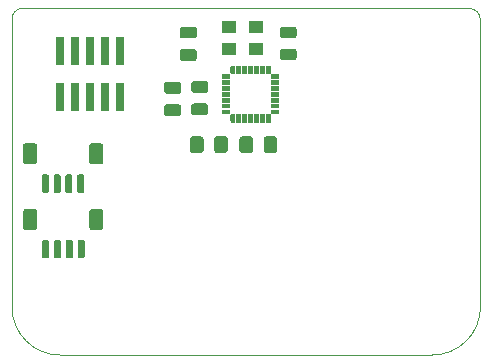
<source format=gbr>
G04 #@! TF.GenerationSoftware,KiCad,Pcbnew,(5.1.5)-3*
G04 #@! TF.CreationDate,2021-07-18T09:53:38-05:00*
G04 #@! TF.ProjectId,InputBoardSTM32QFN28,496e7075-7442-46f6-9172-6453544d3332,rev?*
G04 #@! TF.SameCoordinates,Original*
G04 #@! TF.FileFunction,Paste,Top*
G04 #@! TF.FilePolarity,Positive*
%FSLAX46Y46*%
G04 Gerber Fmt 4.6, Leading zero omitted, Abs format (unit mm)*
G04 Created by KiCad (PCBNEW (5.1.5)-3) date 2021-07-18 09:53:38*
%MOMM*%
%LPD*%
G04 APERTURE LIST*
%ADD10C,0.050000*%
%ADD11C,0.100000*%
%ADD12R,0.599948X0.299974*%
%ADD13R,0.299974X0.599948*%
%ADD14R,0.740000X2.400000*%
%ADD15R,1.300000X1.100000*%
G04 APERTURE END LIST*
D10*
X171279873Y-85389743D02*
G75*
G02X172239940Y-86360000I-5095J-965162D01*
G01*
X132588000Y-86296602D02*
G75*
G02X133489685Y-85389720I901685J5182D01*
G01*
X132588000Y-110680500D02*
X132588000Y-86296602D01*
X136652000Y-114744500D02*
G75*
G02X132588000Y-110680500I0J4064000D01*
G01*
X168153080Y-114744500D02*
X136652000Y-114744500D01*
X172239940Y-86360000D02*
X172250164Y-110667800D01*
X172250164Y-110670340D02*
G75*
G02X168153080Y-114744500I-4074224J0D01*
G01*
X171279820Y-85389720D02*
X133489685Y-85389720D01*
D11*
G36*
X150393146Y-90980133D02*
G01*
X150393146Y-91280107D01*
X150993094Y-91280107D01*
X150993094Y-90980133D01*
X150393146Y-90980133D01*
G37*
X150393146Y-90980133D02*
X150393146Y-91280107D01*
X150993094Y-91280107D01*
X150993094Y-90980133D01*
X150393146Y-90980133D01*
G36*
X150393146Y-91480513D02*
G01*
X150393146Y-91780487D01*
X150993094Y-91780487D01*
X150993094Y-91480513D01*
X150393146Y-91480513D01*
G37*
X150393146Y-91480513D02*
X150393146Y-91780487D01*
X150993094Y-91780487D01*
X150993094Y-91480513D01*
X150393146Y-91480513D01*
G36*
X150393146Y-91980893D02*
G01*
X150393146Y-92280867D01*
X150993094Y-92280867D01*
X150993094Y-91980893D01*
X150393146Y-91980893D01*
G37*
X150393146Y-91980893D02*
X150393146Y-92280867D01*
X150993094Y-92280867D01*
X150993094Y-91980893D01*
X150393146Y-91980893D01*
G36*
X150393146Y-92481273D02*
G01*
X150393146Y-92781247D01*
X150993094Y-92781247D01*
X150993094Y-92481273D01*
X150393146Y-92481273D01*
G37*
X150393146Y-92481273D02*
X150393146Y-92781247D01*
X150993094Y-92781247D01*
X150993094Y-92481273D01*
X150393146Y-92481273D01*
G36*
X150393146Y-92981653D02*
G01*
X150393146Y-93281627D01*
X150993094Y-93281627D01*
X150993094Y-92981653D01*
X150393146Y-92981653D01*
G37*
X150393146Y-92981653D02*
X150393146Y-93281627D01*
X150993094Y-93281627D01*
X150993094Y-92981653D01*
X150393146Y-92981653D01*
G36*
X150393146Y-93482033D02*
G01*
X150393146Y-93782007D01*
X150993094Y-93782007D01*
X150993094Y-93482033D01*
X150393146Y-93482033D01*
G37*
X150393146Y-93482033D02*
X150393146Y-93782007D01*
X150993094Y-93782007D01*
X150993094Y-93482033D01*
X150393146Y-93482033D01*
G36*
X150393146Y-93982413D02*
G01*
X150393146Y-94282387D01*
X150993094Y-94282387D01*
X150993094Y-93982413D01*
X150393146Y-93982413D01*
G37*
X150393146Y-93982413D02*
X150393146Y-94282387D01*
X150993094Y-94282387D01*
X150993094Y-93982413D01*
X150393146Y-93982413D01*
G36*
X151086693Y-94375986D02*
G01*
X151086693Y-94975934D01*
X151386667Y-94975934D01*
X151386667Y-94375986D01*
X151086693Y-94375986D01*
G37*
X151086693Y-94375986D02*
X151086693Y-94975934D01*
X151386667Y-94975934D01*
X151386667Y-94375986D01*
X151086693Y-94375986D01*
G36*
X151587073Y-94375986D02*
G01*
X151587073Y-94975934D01*
X151887047Y-94975934D01*
X151887047Y-94375986D01*
X151587073Y-94375986D01*
G37*
X151587073Y-94375986D02*
X151587073Y-94975934D01*
X151887047Y-94975934D01*
X151887047Y-94375986D01*
X151587073Y-94375986D01*
G36*
X152087453Y-94375986D02*
G01*
X152087453Y-94975934D01*
X152387427Y-94975934D01*
X152387427Y-94375986D01*
X152087453Y-94375986D01*
G37*
X152087453Y-94375986D02*
X152087453Y-94975934D01*
X152387427Y-94975934D01*
X152387427Y-94375986D01*
X152087453Y-94375986D01*
G36*
X152587833Y-94375986D02*
G01*
X152587833Y-94975934D01*
X152887807Y-94975934D01*
X152887807Y-94375986D01*
X152587833Y-94375986D01*
G37*
X152587833Y-94375986D02*
X152587833Y-94975934D01*
X152887807Y-94975934D01*
X152887807Y-94375986D01*
X152587833Y-94375986D01*
G36*
X153088213Y-94375986D02*
G01*
X153088213Y-94975934D01*
X153388187Y-94975934D01*
X153388187Y-94375986D01*
X153088213Y-94375986D01*
G37*
X153088213Y-94375986D02*
X153088213Y-94975934D01*
X153388187Y-94975934D01*
X153388187Y-94375986D01*
X153088213Y-94375986D01*
G36*
X153588593Y-94375986D02*
G01*
X153588593Y-94975934D01*
X153888567Y-94975934D01*
X153888567Y-94375986D01*
X153588593Y-94375986D01*
G37*
X153588593Y-94375986D02*
X153588593Y-94975934D01*
X153888567Y-94975934D01*
X153888567Y-94375986D01*
X153588593Y-94375986D01*
G36*
X154088973Y-94375986D02*
G01*
X154088973Y-94975934D01*
X154388947Y-94975934D01*
X154388947Y-94375986D01*
X154088973Y-94375986D01*
G37*
X154088973Y-94375986D02*
X154088973Y-94975934D01*
X154388947Y-94975934D01*
X154388947Y-94375986D01*
X154088973Y-94375986D01*
G36*
X154482546Y-93982413D02*
G01*
X154482546Y-94282387D01*
X155082494Y-94282387D01*
X155082494Y-93982413D01*
X154482546Y-93982413D01*
G37*
X154482546Y-93982413D02*
X154482546Y-94282387D01*
X155082494Y-94282387D01*
X155082494Y-93982413D01*
X154482546Y-93982413D01*
G36*
X154482546Y-93482033D02*
G01*
X154482546Y-93782007D01*
X155082494Y-93782007D01*
X155082494Y-93482033D01*
X154482546Y-93482033D01*
G37*
X154482546Y-93482033D02*
X154482546Y-93782007D01*
X155082494Y-93782007D01*
X155082494Y-93482033D01*
X154482546Y-93482033D01*
G36*
X154482546Y-92981653D02*
G01*
X154482546Y-93281627D01*
X155082494Y-93281627D01*
X155082494Y-92981653D01*
X154482546Y-92981653D01*
G37*
X154482546Y-92981653D02*
X154482546Y-93281627D01*
X155082494Y-93281627D01*
X155082494Y-92981653D01*
X154482546Y-92981653D01*
G36*
X154482546Y-92481273D02*
G01*
X154482546Y-92781247D01*
X155082494Y-92781247D01*
X155082494Y-92481273D01*
X154482546Y-92481273D01*
G37*
X154482546Y-92481273D02*
X154482546Y-92781247D01*
X155082494Y-92781247D01*
X155082494Y-92481273D01*
X154482546Y-92481273D01*
G36*
X154482546Y-91980893D02*
G01*
X154482546Y-92280867D01*
X155082494Y-92280867D01*
X155082494Y-91980893D01*
X154482546Y-91980893D01*
G37*
X154482546Y-91980893D02*
X154482546Y-92280867D01*
X155082494Y-92280867D01*
X155082494Y-91980893D01*
X154482546Y-91980893D01*
G36*
X154482546Y-91480513D02*
G01*
X154482546Y-91780487D01*
X155082494Y-91780487D01*
X155082494Y-91480513D01*
X154482546Y-91480513D01*
G37*
X154482546Y-91480513D02*
X154482546Y-91780487D01*
X155082494Y-91780487D01*
X155082494Y-91480513D01*
X154482546Y-91480513D01*
G36*
X154482546Y-90980133D02*
G01*
X154482546Y-91280107D01*
X155082494Y-91280107D01*
X155082494Y-90980133D01*
X154482546Y-90980133D01*
G37*
X154482546Y-90980133D02*
X154482546Y-91280107D01*
X155082494Y-91280107D01*
X155082494Y-90980133D01*
X154482546Y-90980133D01*
G36*
X154088973Y-90286586D02*
G01*
X154088973Y-90886534D01*
X154388947Y-90886534D01*
X154388947Y-90286586D01*
X154088973Y-90286586D01*
G37*
X154088973Y-90286586D02*
X154088973Y-90886534D01*
X154388947Y-90886534D01*
X154388947Y-90286586D01*
X154088973Y-90286586D01*
G36*
X153588593Y-90286586D02*
G01*
X153588593Y-90886534D01*
X153888567Y-90886534D01*
X153888567Y-90286586D01*
X153588593Y-90286586D01*
G37*
X153588593Y-90286586D02*
X153588593Y-90886534D01*
X153888567Y-90886534D01*
X153888567Y-90286586D01*
X153588593Y-90286586D01*
G36*
X153088213Y-90286586D02*
G01*
X153088213Y-90886534D01*
X153388187Y-90886534D01*
X153388187Y-90286586D01*
X153088213Y-90286586D01*
G37*
X153088213Y-90286586D02*
X153088213Y-90886534D01*
X153388187Y-90886534D01*
X153388187Y-90286586D01*
X153088213Y-90286586D01*
G36*
X152587833Y-90286586D02*
G01*
X152587833Y-90886534D01*
X152887807Y-90886534D01*
X152887807Y-90286586D01*
X152587833Y-90286586D01*
G37*
X152587833Y-90286586D02*
X152587833Y-90886534D01*
X152887807Y-90886534D01*
X152887807Y-90286586D01*
X152587833Y-90286586D01*
G36*
X152087453Y-90286586D02*
G01*
X152087453Y-90886534D01*
X152387427Y-90886534D01*
X152387427Y-90286586D01*
X152087453Y-90286586D01*
G37*
X152087453Y-90286586D02*
X152087453Y-90886534D01*
X152387427Y-90886534D01*
X152387427Y-90286586D01*
X152087453Y-90286586D01*
G36*
X151587073Y-90286586D02*
G01*
X151587073Y-90886534D01*
X151887047Y-90886534D01*
X151887047Y-90286586D01*
X151587073Y-90286586D01*
G37*
X151587073Y-90286586D02*
X151587073Y-90886534D01*
X151887047Y-90886534D01*
X151887047Y-90286586D01*
X151587073Y-90286586D01*
G36*
X151086693Y-90286586D02*
G01*
X151086693Y-90886534D01*
X151386667Y-90886534D01*
X151386667Y-90286586D01*
X151086693Y-90286586D01*
G37*
X151086693Y-90286586D02*
X151086693Y-90886534D01*
X151386667Y-90886534D01*
X151386667Y-90286586D01*
X151086693Y-90286586D01*
D12*
X150693120Y-91130120D03*
X150693120Y-91630500D03*
X150693120Y-92130880D03*
X150693120Y-92631260D03*
X150693120Y-93131640D03*
X150693120Y-93632020D03*
X150693120Y-94132400D03*
D13*
X151236680Y-94675960D03*
X151737060Y-94675960D03*
X152237440Y-94675960D03*
X152737820Y-94675960D03*
X153238200Y-94675960D03*
X153738580Y-94675960D03*
X154238960Y-94675960D03*
D12*
X154782520Y-94132400D03*
X154782520Y-93632020D03*
X154782520Y-93131640D03*
X154782520Y-92631260D03*
X154782520Y-92130880D03*
X154782520Y-91630500D03*
X154782520Y-91130120D03*
D13*
X154238960Y-90586560D03*
X153738580Y-90586560D03*
X153238200Y-90586560D03*
X152737820Y-90586560D03*
X152237440Y-90586560D03*
X151737060Y-90586560D03*
X151236680Y-90586560D03*
D11*
G36*
X150627445Y-96232684D02*
G01*
X150651713Y-96236284D01*
X150675512Y-96242245D01*
X150698611Y-96250510D01*
X150720790Y-96261000D01*
X150741833Y-96273612D01*
X150761539Y-96288227D01*
X150779717Y-96304703D01*
X150796193Y-96322881D01*
X150810808Y-96342587D01*
X150823420Y-96363630D01*
X150833910Y-96385809D01*
X150842175Y-96408908D01*
X150848136Y-96432707D01*
X150851736Y-96456975D01*
X150852940Y-96481479D01*
X150852940Y-97381481D01*
X150851736Y-97405985D01*
X150848136Y-97430253D01*
X150842175Y-97454052D01*
X150833910Y-97477151D01*
X150823420Y-97499330D01*
X150810808Y-97520373D01*
X150796193Y-97540079D01*
X150779717Y-97558257D01*
X150761539Y-97574733D01*
X150741833Y-97589348D01*
X150720790Y-97601960D01*
X150698611Y-97612450D01*
X150675512Y-97620715D01*
X150651713Y-97626676D01*
X150627445Y-97630276D01*
X150602941Y-97631480D01*
X149952939Y-97631480D01*
X149928435Y-97630276D01*
X149904167Y-97626676D01*
X149880368Y-97620715D01*
X149857269Y-97612450D01*
X149835090Y-97601960D01*
X149814047Y-97589348D01*
X149794341Y-97574733D01*
X149776163Y-97558257D01*
X149759687Y-97540079D01*
X149745072Y-97520373D01*
X149732460Y-97499330D01*
X149721970Y-97477151D01*
X149713705Y-97454052D01*
X149707744Y-97430253D01*
X149704144Y-97405985D01*
X149702940Y-97381481D01*
X149702940Y-96481479D01*
X149704144Y-96456975D01*
X149707744Y-96432707D01*
X149713705Y-96408908D01*
X149721970Y-96385809D01*
X149732460Y-96363630D01*
X149745072Y-96342587D01*
X149759687Y-96322881D01*
X149776163Y-96304703D01*
X149794341Y-96288227D01*
X149814047Y-96273612D01*
X149835090Y-96261000D01*
X149857269Y-96250510D01*
X149880368Y-96242245D01*
X149904167Y-96236284D01*
X149928435Y-96232684D01*
X149952939Y-96231480D01*
X150602941Y-96231480D01*
X150627445Y-96232684D01*
G37*
G36*
X148577445Y-96232684D02*
G01*
X148601713Y-96236284D01*
X148625512Y-96242245D01*
X148648611Y-96250510D01*
X148670790Y-96261000D01*
X148691833Y-96273612D01*
X148711539Y-96288227D01*
X148729717Y-96304703D01*
X148746193Y-96322881D01*
X148760808Y-96342587D01*
X148773420Y-96363630D01*
X148783910Y-96385809D01*
X148792175Y-96408908D01*
X148798136Y-96432707D01*
X148801736Y-96456975D01*
X148802940Y-96481479D01*
X148802940Y-97381481D01*
X148801736Y-97405985D01*
X148798136Y-97430253D01*
X148792175Y-97454052D01*
X148783910Y-97477151D01*
X148773420Y-97499330D01*
X148760808Y-97520373D01*
X148746193Y-97540079D01*
X148729717Y-97558257D01*
X148711539Y-97574733D01*
X148691833Y-97589348D01*
X148670790Y-97601960D01*
X148648611Y-97612450D01*
X148625512Y-97620715D01*
X148601713Y-97626676D01*
X148577445Y-97630276D01*
X148552941Y-97631480D01*
X147902939Y-97631480D01*
X147878435Y-97630276D01*
X147854167Y-97626676D01*
X147830368Y-97620715D01*
X147807269Y-97612450D01*
X147785090Y-97601960D01*
X147764047Y-97589348D01*
X147744341Y-97574733D01*
X147726163Y-97558257D01*
X147709687Y-97540079D01*
X147695072Y-97520373D01*
X147682460Y-97499330D01*
X147671970Y-97477151D01*
X147663705Y-97454052D01*
X147657744Y-97430253D01*
X147654144Y-97405985D01*
X147652940Y-97381481D01*
X147652940Y-96481479D01*
X147654144Y-96456975D01*
X147657744Y-96432707D01*
X147663705Y-96408908D01*
X147671970Y-96385809D01*
X147682460Y-96363630D01*
X147695072Y-96342587D01*
X147709687Y-96322881D01*
X147726163Y-96304703D01*
X147744341Y-96288227D01*
X147764047Y-96273612D01*
X147785090Y-96261000D01*
X147807269Y-96250510D01*
X147830368Y-96242245D01*
X147854167Y-96236284D01*
X147878435Y-96232684D01*
X147902939Y-96231480D01*
X148552941Y-96231480D01*
X148577445Y-96232684D01*
G37*
G36*
X152755745Y-96237764D02*
G01*
X152780013Y-96241364D01*
X152803812Y-96247325D01*
X152826911Y-96255590D01*
X152849090Y-96266080D01*
X152870133Y-96278692D01*
X152889839Y-96293307D01*
X152908017Y-96309783D01*
X152924493Y-96327961D01*
X152939108Y-96347667D01*
X152951720Y-96368710D01*
X152962210Y-96390889D01*
X152970475Y-96413988D01*
X152976436Y-96437787D01*
X152980036Y-96462055D01*
X152981240Y-96486559D01*
X152981240Y-97386561D01*
X152980036Y-97411065D01*
X152976436Y-97435333D01*
X152970475Y-97459132D01*
X152962210Y-97482231D01*
X152951720Y-97504410D01*
X152939108Y-97525453D01*
X152924493Y-97545159D01*
X152908017Y-97563337D01*
X152889839Y-97579813D01*
X152870133Y-97594428D01*
X152849090Y-97607040D01*
X152826911Y-97617530D01*
X152803812Y-97625795D01*
X152780013Y-97631756D01*
X152755745Y-97635356D01*
X152731241Y-97636560D01*
X152081239Y-97636560D01*
X152056735Y-97635356D01*
X152032467Y-97631756D01*
X152008668Y-97625795D01*
X151985569Y-97617530D01*
X151963390Y-97607040D01*
X151942347Y-97594428D01*
X151922641Y-97579813D01*
X151904463Y-97563337D01*
X151887987Y-97545159D01*
X151873372Y-97525453D01*
X151860760Y-97504410D01*
X151850270Y-97482231D01*
X151842005Y-97459132D01*
X151836044Y-97435333D01*
X151832444Y-97411065D01*
X151831240Y-97386561D01*
X151831240Y-96486559D01*
X151832444Y-96462055D01*
X151836044Y-96437787D01*
X151842005Y-96413988D01*
X151850270Y-96390889D01*
X151860760Y-96368710D01*
X151873372Y-96347667D01*
X151887987Y-96327961D01*
X151904463Y-96309783D01*
X151922641Y-96293307D01*
X151942347Y-96278692D01*
X151963390Y-96266080D01*
X151985569Y-96255590D01*
X152008668Y-96247325D01*
X152032467Y-96241364D01*
X152056735Y-96237764D01*
X152081239Y-96236560D01*
X152731241Y-96236560D01*
X152755745Y-96237764D01*
G37*
G36*
X154805745Y-96237764D02*
G01*
X154830013Y-96241364D01*
X154853812Y-96247325D01*
X154876911Y-96255590D01*
X154899090Y-96266080D01*
X154920133Y-96278692D01*
X154939839Y-96293307D01*
X154958017Y-96309783D01*
X154974493Y-96327961D01*
X154989108Y-96347667D01*
X155001720Y-96368710D01*
X155012210Y-96390889D01*
X155020475Y-96413988D01*
X155026436Y-96437787D01*
X155030036Y-96462055D01*
X155031240Y-96486559D01*
X155031240Y-97386561D01*
X155030036Y-97411065D01*
X155026436Y-97435333D01*
X155020475Y-97459132D01*
X155012210Y-97482231D01*
X155001720Y-97504410D01*
X154989108Y-97525453D01*
X154974493Y-97545159D01*
X154958017Y-97563337D01*
X154939839Y-97579813D01*
X154920133Y-97594428D01*
X154899090Y-97607040D01*
X154876911Y-97617530D01*
X154853812Y-97625795D01*
X154830013Y-97631756D01*
X154805745Y-97635356D01*
X154781241Y-97636560D01*
X154131239Y-97636560D01*
X154106735Y-97635356D01*
X154082467Y-97631756D01*
X154058668Y-97625795D01*
X154035569Y-97617530D01*
X154013390Y-97607040D01*
X153992347Y-97594428D01*
X153972641Y-97579813D01*
X153954463Y-97563337D01*
X153937987Y-97545159D01*
X153923372Y-97525453D01*
X153910760Y-97504410D01*
X153900270Y-97482231D01*
X153892005Y-97459132D01*
X153886044Y-97435333D01*
X153882444Y-97411065D01*
X153881240Y-97386561D01*
X153881240Y-96486559D01*
X153882444Y-96462055D01*
X153886044Y-96437787D01*
X153892005Y-96413988D01*
X153900270Y-96390889D01*
X153910760Y-96368710D01*
X153923372Y-96347667D01*
X153937987Y-96327961D01*
X153954463Y-96309783D01*
X153972641Y-96293307D01*
X153992347Y-96278692D01*
X154013390Y-96266080D01*
X154035569Y-96255590D01*
X154058668Y-96247325D01*
X154082467Y-96241364D01*
X154106735Y-96237764D01*
X154131239Y-96236560D01*
X154781241Y-96236560D01*
X154805745Y-96237764D01*
G37*
G36*
X146691744Y-91624424D02*
G01*
X146716013Y-91628024D01*
X146739811Y-91633985D01*
X146762911Y-91642250D01*
X146785089Y-91652740D01*
X146806133Y-91665353D01*
X146825838Y-91679967D01*
X146844017Y-91696443D01*
X146860493Y-91714622D01*
X146875107Y-91734327D01*
X146887720Y-91755371D01*
X146898210Y-91777549D01*
X146906475Y-91800649D01*
X146912436Y-91824447D01*
X146916036Y-91848716D01*
X146917240Y-91873220D01*
X146917240Y-92373220D01*
X146916036Y-92397724D01*
X146912436Y-92421993D01*
X146906475Y-92445791D01*
X146898210Y-92468891D01*
X146887720Y-92491069D01*
X146875107Y-92512113D01*
X146860493Y-92531818D01*
X146844017Y-92549997D01*
X146825838Y-92566473D01*
X146806133Y-92581087D01*
X146785089Y-92593700D01*
X146762911Y-92604190D01*
X146739811Y-92612455D01*
X146716013Y-92618416D01*
X146691744Y-92622016D01*
X146667240Y-92623220D01*
X145717240Y-92623220D01*
X145692736Y-92622016D01*
X145668467Y-92618416D01*
X145644669Y-92612455D01*
X145621569Y-92604190D01*
X145599391Y-92593700D01*
X145578347Y-92581087D01*
X145558642Y-92566473D01*
X145540463Y-92549997D01*
X145523987Y-92531818D01*
X145509373Y-92512113D01*
X145496760Y-92491069D01*
X145486270Y-92468891D01*
X145478005Y-92445791D01*
X145472044Y-92421993D01*
X145468444Y-92397724D01*
X145467240Y-92373220D01*
X145467240Y-91873220D01*
X145468444Y-91848716D01*
X145472044Y-91824447D01*
X145478005Y-91800649D01*
X145486270Y-91777549D01*
X145496760Y-91755371D01*
X145509373Y-91734327D01*
X145523987Y-91714622D01*
X145540463Y-91696443D01*
X145558642Y-91679967D01*
X145578347Y-91665353D01*
X145599391Y-91652740D01*
X145621569Y-91642250D01*
X145644669Y-91633985D01*
X145668467Y-91628024D01*
X145692736Y-91624424D01*
X145717240Y-91623220D01*
X146667240Y-91623220D01*
X146691744Y-91624424D01*
G37*
G36*
X146691744Y-93524424D02*
G01*
X146716013Y-93528024D01*
X146739811Y-93533985D01*
X146762911Y-93542250D01*
X146785089Y-93552740D01*
X146806133Y-93565353D01*
X146825838Y-93579967D01*
X146844017Y-93596443D01*
X146860493Y-93614622D01*
X146875107Y-93634327D01*
X146887720Y-93655371D01*
X146898210Y-93677549D01*
X146906475Y-93700649D01*
X146912436Y-93724447D01*
X146916036Y-93748716D01*
X146917240Y-93773220D01*
X146917240Y-94273220D01*
X146916036Y-94297724D01*
X146912436Y-94321993D01*
X146906475Y-94345791D01*
X146898210Y-94368891D01*
X146887720Y-94391069D01*
X146875107Y-94412113D01*
X146860493Y-94431818D01*
X146844017Y-94449997D01*
X146825838Y-94466473D01*
X146806133Y-94481087D01*
X146785089Y-94493700D01*
X146762911Y-94504190D01*
X146739811Y-94512455D01*
X146716013Y-94518416D01*
X146691744Y-94522016D01*
X146667240Y-94523220D01*
X145717240Y-94523220D01*
X145692736Y-94522016D01*
X145668467Y-94518416D01*
X145644669Y-94512455D01*
X145621569Y-94504190D01*
X145599391Y-94493700D01*
X145578347Y-94481087D01*
X145558642Y-94466473D01*
X145540463Y-94449997D01*
X145523987Y-94431818D01*
X145509373Y-94412113D01*
X145496760Y-94391069D01*
X145486270Y-94368891D01*
X145478005Y-94345791D01*
X145472044Y-94321993D01*
X145468444Y-94297724D01*
X145467240Y-94273220D01*
X145467240Y-93773220D01*
X145468444Y-93748716D01*
X145472044Y-93724447D01*
X145478005Y-93700649D01*
X145486270Y-93677549D01*
X145496760Y-93655371D01*
X145509373Y-93634327D01*
X145523987Y-93614622D01*
X145540463Y-93596443D01*
X145558642Y-93579967D01*
X145578347Y-93565353D01*
X145599391Y-93552740D01*
X145621569Y-93542250D01*
X145644669Y-93533985D01*
X145668467Y-93528024D01*
X145692736Y-93524424D01*
X145717240Y-93523220D01*
X146667240Y-93523220D01*
X146691744Y-93524424D01*
G37*
G36*
X148985364Y-91545684D02*
G01*
X149009633Y-91549284D01*
X149033431Y-91555245D01*
X149056531Y-91563510D01*
X149078709Y-91574000D01*
X149099753Y-91586613D01*
X149119458Y-91601227D01*
X149137637Y-91617703D01*
X149154113Y-91635882D01*
X149168727Y-91655587D01*
X149181340Y-91676631D01*
X149191830Y-91698809D01*
X149200095Y-91721909D01*
X149206056Y-91745707D01*
X149209656Y-91769976D01*
X149210860Y-91794480D01*
X149210860Y-92294480D01*
X149209656Y-92318984D01*
X149206056Y-92343253D01*
X149200095Y-92367051D01*
X149191830Y-92390151D01*
X149181340Y-92412329D01*
X149168727Y-92433373D01*
X149154113Y-92453078D01*
X149137637Y-92471257D01*
X149119458Y-92487733D01*
X149099753Y-92502347D01*
X149078709Y-92514960D01*
X149056531Y-92525450D01*
X149033431Y-92533715D01*
X149009633Y-92539676D01*
X148985364Y-92543276D01*
X148960860Y-92544480D01*
X148010860Y-92544480D01*
X147986356Y-92543276D01*
X147962087Y-92539676D01*
X147938289Y-92533715D01*
X147915189Y-92525450D01*
X147893011Y-92514960D01*
X147871967Y-92502347D01*
X147852262Y-92487733D01*
X147834083Y-92471257D01*
X147817607Y-92453078D01*
X147802993Y-92433373D01*
X147790380Y-92412329D01*
X147779890Y-92390151D01*
X147771625Y-92367051D01*
X147765664Y-92343253D01*
X147762064Y-92318984D01*
X147760860Y-92294480D01*
X147760860Y-91794480D01*
X147762064Y-91769976D01*
X147765664Y-91745707D01*
X147771625Y-91721909D01*
X147779890Y-91698809D01*
X147790380Y-91676631D01*
X147802993Y-91655587D01*
X147817607Y-91635882D01*
X147834083Y-91617703D01*
X147852262Y-91601227D01*
X147871967Y-91586613D01*
X147893011Y-91574000D01*
X147915189Y-91563510D01*
X147938289Y-91555245D01*
X147962087Y-91549284D01*
X147986356Y-91545684D01*
X148010860Y-91544480D01*
X148960860Y-91544480D01*
X148985364Y-91545684D01*
G37*
G36*
X148985364Y-93445684D02*
G01*
X149009633Y-93449284D01*
X149033431Y-93455245D01*
X149056531Y-93463510D01*
X149078709Y-93474000D01*
X149099753Y-93486613D01*
X149119458Y-93501227D01*
X149137637Y-93517703D01*
X149154113Y-93535882D01*
X149168727Y-93555587D01*
X149181340Y-93576631D01*
X149191830Y-93598809D01*
X149200095Y-93621909D01*
X149206056Y-93645707D01*
X149209656Y-93669976D01*
X149210860Y-93694480D01*
X149210860Y-94194480D01*
X149209656Y-94218984D01*
X149206056Y-94243253D01*
X149200095Y-94267051D01*
X149191830Y-94290151D01*
X149181340Y-94312329D01*
X149168727Y-94333373D01*
X149154113Y-94353078D01*
X149137637Y-94371257D01*
X149119458Y-94387733D01*
X149099753Y-94402347D01*
X149078709Y-94414960D01*
X149056531Y-94425450D01*
X149033431Y-94433715D01*
X149009633Y-94439676D01*
X148985364Y-94443276D01*
X148960860Y-94444480D01*
X148010860Y-94444480D01*
X147986356Y-94443276D01*
X147962087Y-94439676D01*
X147938289Y-94433715D01*
X147915189Y-94425450D01*
X147893011Y-94414960D01*
X147871967Y-94402347D01*
X147852262Y-94387733D01*
X147834083Y-94371257D01*
X147817607Y-94353078D01*
X147802993Y-94333373D01*
X147790380Y-94312329D01*
X147779890Y-94290151D01*
X147771625Y-94267051D01*
X147765664Y-94243253D01*
X147762064Y-94218984D01*
X147760860Y-94194480D01*
X147760860Y-93694480D01*
X147762064Y-93669976D01*
X147765664Y-93645707D01*
X147771625Y-93621909D01*
X147779890Y-93598809D01*
X147790380Y-93576631D01*
X147802993Y-93555587D01*
X147817607Y-93535882D01*
X147834083Y-93517703D01*
X147852262Y-93501227D01*
X147871967Y-93486613D01*
X147893011Y-93474000D01*
X147915189Y-93463510D01*
X147938289Y-93455245D01*
X147962087Y-93449284D01*
X147986356Y-93445684D01*
X148010860Y-93444480D01*
X148960860Y-93444480D01*
X148985364Y-93445684D01*
G37*
G36*
X148010004Y-86940664D02*
G01*
X148034273Y-86944264D01*
X148058071Y-86950225D01*
X148081171Y-86958490D01*
X148103349Y-86968980D01*
X148124393Y-86981593D01*
X148144098Y-86996207D01*
X148162277Y-87012683D01*
X148178753Y-87030862D01*
X148193367Y-87050567D01*
X148205980Y-87071611D01*
X148216470Y-87093789D01*
X148224735Y-87116889D01*
X148230696Y-87140687D01*
X148234296Y-87164956D01*
X148235500Y-87189460D01*
X148235500Y-87689460D01*
X148234296Y-87713964D01*
X148230696Y-87738233D01*
X148224735Y-87762031D01*
X148216470Y-87785131D01*
X148205980Y-87807309D01*
X148193367Y-87828353D01*
X148178753Y-87848058D01*
X148162277Y-87866237D01*
X148144098Y-87882713D01*
X148124393Y-87897327D01*
X148103349Y-87909940D01*
X148081171Y-87920430D01*
X148058071Y-87928695D01*
X148034273Y-87934656D01*
X148010004Y-87938256D01*
X147985500Y-87939460D01*
X147035500Y-87939460D01*
X147010996Y-87938256D01*
X146986727Y-87934656D01*
X146962929Y-87928695D01*
X146939829Y-87920430D01*
X146917651Y-87909940D01*
X146896607Y-87897327D01*
X146876902Y-87882713D01*
X146858723Y-87866237D01*
X146842247Y-87848058D01*
X146827633Y-87828353D01*
X146815020Y-87807309D01*
X146804530Y-87785131D01*
X146796265Y-87762031D01*
X146790304Y-87738233D01*
X146786704Y-87713964D01*
X146785500Y-87689460D01*
X146785500Y-87189460D01*
X146786704Y-87164956D01*
X146790304Y-87140687D01*
X146796265Y-87116889D01*
X146804530Y-87093789D01*
X146815020Y-87071611D01*
X146827633Y-87050567D01*
X146842247Y-87030862D01*
X146858723Y-87012683D01*
X146876902Y-86996207D01*
X146896607Y-86981593D01*
X146917651Y-86968980D01*
X146939829Y-86958490D01*
X146962929Y-86950225D01*
X146986727Y-86944264D01*
X147010996Y-86940664D01*
X147035500Y-86939460D01*
X147985500Y-86939460D01*
X148010004Y-86940664D01*
G37*
G36*
X148010004Y-88840664D02*
G01*
X148034273Y-88844264D01*
X148058071Y-88850225D01*
X148081171Y-88858490D01*
X148103349Y-88868980D01*
X148124393Y-88881593D01*
X148144098Y-88896207D01*
X148162277Y-88912683D01*
X148178753Y-88930862D01*
X148193367Y-88950567D01*
X148205980Y-88971611D01*
X148216470Y-88993789D01*
X148224735Y-89016889D01*
X148230696Y-89040687D01*
X148234296Y-89064956D01*
X148235500Y-89089460D01*
X148235500Y-89589460D01*
X148234296Y-89613964D01*
X148230696Y-89638233D01*
X148224735Y-89662031D01*
X148216470Y-89685131D01*
X148205980Y-89707309D01*
X148193367Y-89728353D01*
X148178753Y-89748058D01*
X148162277Y-89766237D01*
X148144098Y-89782713D01*
X148124393Y-89797327D01*
X148103349Y-89809940D01*
X148081171Y-89820430D01*
X148058071Y-89828695D01*
X148034273Y-89834656D01*
X148010004Y-89838256D01*
X147985500Y-89839460D01*
X147035500Y-89839460D01*
X147010996Y-89838256D01*
X146986727Y-89834656D01*
X146962929Y-89828695D01*
X146939829Y-89820430D01*
X146917651Y-89809940D01*
X146896607Y-89797327D01*
X146876902Y-89782713D01*
X146858723Y-89766237D01*
X146842247Y-89748058D01*
X146827633Y-89728353D01*
X146815020Y-89707309D01*
X146804530Y-89685131D01*
X146796265Y-89662031D01*
X146790304Y-89638233D01*
X146786704Y-89613964D01*
X146785500Y-89589460D01*
X146785500Y-89089460D01*
X146786704Y-89064956D01*
X146790304Y-89040687D01*
X146796265Y-89016889D01*
X146804530Y-88993789D01*
X146815020Y-88971611D01*
X146827633Y-88950567D01*
X146842247Y-88930862D01*
X146858723Y-88912683D01*
X146876902Y-88896207D01*
X146896607Y-88881593D01*
X146917651Y-88868980D01*
X146939829Y-88858490D01*
X146962929Y-88850225D01*
X146986727Y-88844264D01*
X147010996Y-88840664D01*
X147035500Y-88839460D01*
X147985500Y-88839460D01*
X148010004Y-88840664D01*
G37*
D14*
X141724380Y-88992160D03*
X141724380Y-92892160D03*
X140454380Y-88992160D03*
X140454380Y-92892160D03*
X139184380Y-88992160D03*
X139184380Y-92892160D03*
X137914380Y-88992160D03*
X137914380Y-92892160D03*
X136644380Y-88992160D03*
X136644380Y-92892160D03*
D11*
G36*
X135570703Y-99458322D02*
G01*
X135585264Y-99460482D01*
X135599543Y-99464059D01*
X135613403Y-99469018D01*
X135626710Y-99475312D01*
X135639336Y-99482880D01*
X135651159Y-99491648D01*
X135662066Y-99501534D01*
X135671952Y-99512441D01*
X135680720Y-99524264D01*
X135688288Y-99536890D01*
X135694582Y-99550197D01*
X135699541Y-99564057D01*
X135703118Y-99578336D01*
X135705278Y-99592897D01*
X135706000Y-99607600D01*
X135706000Y-100857600D01*
X135705278Y-100872303D01*
X135703118Y-100886864D01*
X135699541Y-100901143D01*
X135694582Y-100915003D01*
X135688288Y-100928310D01*
X135680720Y-100940936D01*
X135671952Y-100952759D01*
X135662066Y-100963666D01*
X135651159Y-100973552D01*
X135639336Y-100982320D01*
X135626710Y-100989888D01*
X135613403Y-100996182D01*
X135599543Y-101001141D01*
X135585264Y-101004718D01*
X135570703Y-101006878D01*
X135556000Y-101007600D01*
X135256000Y-101007600D01*
X135241297Y-101006878D01*
X135226736Y-101004718D01*
X135212457Y-101001141D01*
X135198597Y-100996182D01*
X135185290Y-100989888D01*
X135172664Y-100982320D01*
X135160841Y-100973552D01*
X135149934Y-100963666D01*
X135140048Y-100952759D01*
X135131280Y-100940936D01*
X135123712Y-100928310D01*
X135117418Y-100915003D01*
X135112459Y-100901143D01*
X135108882Y-100886864D01*
X135106722Y-100872303D01*
X135106000Y-100857600D01*
X135106000Y-99607600D01*
X135106722Y-99592897D01*
X135108882Y-99578336D01*
X135112459Y-99564057D01*
X135117418Y-99550197D01*
X135123712Y-99536890D01*
X135131280Y-99524264D01*
X135140048Y-99512441D01*
X135149934Y-99501534D01*
X135160841Y-99491648D01*
X135172664Y-99482880D01*
X135185290Y-99475312D01*
X135198597Y-99469018D01*
X135212457Y-99464059D01*
X135226736Y-99460482D01*
X135241297Y-99458322D01*
X135256000Y-99457600D01*
X135556000Y-99457600D01*
X135570703Y-99458322D01*
G37*
G36*
X136570703Y-99458322D02*
G01*
X136585264Y-99460482D01*
X136599543Y-99464059D01*
X136613403Y-99469018D01*
X136626710Y-99475312D01*
X136639336Y-99482880D01*
X136651159Y-99491648D01*
X136662066Y-99501534D01*
X136671952Y-99512441D01*
X136680720Y-99524264D01*
X136688288Y-99536890D01*
X136694582Y-99550197D01*
X136699541Y-99564057D01*
X136703118Y-99578336D01*
X136705278Y-99592897D01*
X136706000Y-99607600D01*
X136706000Y-100857600D01*
X136705278Y-100872303D01*
X136703118Y-100886864D01*
X136699541Y-100901143D01*
X136694582Y-100915003D01*
X136688288Y-100928310D01*
X136680720Y-100940936D01*
X136671952Y-100952759D01*
X136662066Y-100963666D01*
X136651159Y-100973552D01*
X136639336Y-100982320D01*
X136626710Y-100989888D01*
X136613403Y-100996182D01*
X136599543Y-101001141D01*
X136585264Y-101004718D01*
X136570703Y-101006878D01*
X136556000Y-101007600D01*
X136256000Y-101007600D01*
X136241297Y-101006878D01*
X136226736Y-101004718D01*
X136212457Y-101001141D01*
X136198597Y-100996182D01*
X136185290Y-100989888D01*
X136172664Y-100982320D01*
X136160841Y-100973552D01*
X136149934Y-100963666D01*
X136140048Y-100952759D01*
X136131280Y-100940936D01*
X136123712Y-100928310D01*
X136117418Y-100915003D01*
X136112459Y-100901143D01*
X136108882Y-100886864D01*
X136106722Y-100872303D01*
X136106000Y-100857600D01*
X136106000Y-99607600D01*
X136106722Y-99592897D01*
X136108882Y-99578336D01*
X136112459Y-99564057D01*
X136117418Y-99550197D01*
X136123712Y-99536890D01*
X136131280Y-99524264D01*
X136140048Y-99512441D01*
X136149934Y-99501534D01*
X136160841Y-99491648D01*
X136172664Y-99482880D01*
X136185290Y-99475312D01*
X136198597Y-99469018D01*
X136212457Y-99464059D01*
X136226736Y-99460482D01*
X136241297Y-99458322D01*
X136256000Y-99457600D01*
X136556000Y-99457600D01*
X136570703Y-99458322D01*
G37*
G36*
X137570703Y-99458322D02*
G01*
X137585264Y-99460482D01*
X137599543Y-99464059D01*
X137613403Y-99469018D01*
X137626710Y-99475312D01*
X137639336Y-99482880D01*
X137651159Y-99491648D01*
X137662066Y-99501534D01*
X137671952Y-99512441D01*
X137680720Y-99524264D01*
X137688288Y-99536890D01*
X137694582Y-99550197D01*
X137699541Y-99564057D01*
X137703118Y-99578336D01*
X137705278Y-99592897D01*
X137706000Y-99607600D01*
X137706000Y-100857600D01*
X137705278Y-100872303D01*
X137703118Y-100886864D01*
X137699541Y-100901143D01*
X137694582Y-100915003D01*
X137688288Y-100928310D01*
X137680720Y-100940936D01*
X137671952Y-100952759D01*
X137662066Y-100963666D01*
X137651159Y-100973552D01*
X137639336Y-100982320D01*
X137626710Y-100989888D01*
X137613403Y-100996182D01*
X137599543Y-101001141D01*
X137585264Y-101004718D01*
X137570703Y-101006878D01*
X137556000Y-101007600D01*
X137256000Y-101007600D01*
X137241297Y-101006878D01*
X137226736Y-101004718D01*
X137212457Y-101001141D01*
X137198597Y-100996182D01*
X137185290Y-100989888D01*
X137172664Y-100982320D01*
X137160841Y-100973552D01*
X137149934Y-100963666D01*
X137140048Y-100952759D01*
X137131280Y-100940936D01*
X137123712Y-100928310D01*
X137117418Y-100915003D01*
X137112459Y-100901143D01*
X137108882Y-100886864D01*
X137106722Y-100872303D01*
X137106000Y-100857600D01*
X137106000Y-99607600D01*
X137106722Y-99592897D01*
X137108882Y-99578336D01*
X137112459Y-99564057D01*
X137117418Y-99550197D01*
X137123712Y-99536890D01*
X137131280Y-99524264D01*
X137140048Y-99512441D01*
X137149934Y-99501534D01*
X137160841Y-99491648D01*
X137172664Y-99482880D01*
X137185290Y-99475312D01*
X137198597Y-99469018D01*
X137212457Y-99464059D01*
X137226736Y-99460482D01*
X137241297Y-99458322D01*
X137256000Y-99457600D01*
X137556000Y-99457600D01*
X137570703Y-99458322D01*
G37*
G36*
X138570703Y-99458322D02*
G01*
X138585264Y-99460482D01*
X138599543Y-99464059D01*
X138613403Y-99469018D01*
X138626710Y-99475312D01*
X138639336Y-99482880D01*
X138651159Y-99491648D01*
X138662066Y-99501534D01*
X138671952Y-99512441D01*
X138680720Y-99524264D01*
X138688288Y-99536890D01*
X138694582Y-99550197D01*
X138699541Y-99564057D01*
X138703118Y-99578336D01*
X138705278Y-99592897D01*
X138706000Y-99607600D01*
X138706000Y-100857600D01*
X138705278Y-100872303D01*
X138703118Y-100886864D01*
X138699541Y-100901143D01*
X138694582Y-100915003D01*
X138688288Y-100928310D01*
X138680720Y-100940936D01*
X138671952Y-100952759D01*
X138662066Y-100963666D01*
X138651159Y-100973552D01*
X138639336Y-100982320D01*
X138626710Y-100989888D01*
X138613403Y-100996182D01*
X138599543Y-101001141D01*
X138585264Y-101004718D01*
X138570703Y-101006878D01*
X138556000Y-101007600D01*
X138256000Y-101007600D01*
X138241297Y-101006878D01*
X138226736Y-101004718D01*
X138212457Y-101001141D01*
X138198597Y-100996182D01*
X138185290Y-100989888D01*
X138172664Y-100982320D01*
X138160841Y-100973552D01*
X138149934Y-100963666D01*
X138140048Y-100952759D01*
X138131280Y-100940936D01*
X138123712Y-100928310D01*
X138117418Y-100915003D01*
X138112459Y-100901143D01*
X138108882Y-100886864D01*
X138106722Y-100872303D01*
X138106000Y-100857600D01*
X138106000Y-99607600D01*
X138106722Y-99592897D01*
X138108882Y-99578336D01*
X138112459Y-99564057D01*
X138117418Y-99550197D01*
X138123712Y-99536890D01*
X138131280Y-99524264D01*
X138140048Y-99512441D01*
X138149934Y-99501534D01*
X138160841Y-99491648D01*
X138172664Y-99482880D01*
X138185290Y-99475312D01*
X138198597Y-99469018D01*
X138212457Y-99464059D01*
X138226736Y-99460482D01*
X138241297Y-99458322D01*
X138256000Y-99457600D01*
X138556000Y-99457600D01*
X138570703Y-99458322D01*
G37*
G36*
X134480505Y-96808804D02*
G01*
X134504773Y-96812404D01*
X134528572Y-96818365D01*
X134551671Y-96826630D01*
X134573850Y-96837120D01*
X134594893Y-96849732D01*
X134614599Y-96864347D01*
X134632777Y-96880823D01*
X134649253Y-96899001D01*
X134663868Y-96918707D01*
X134676480Y-96939750D01*
X134686970Y-96961929D01*
X134695235Y-96985028D01*
X134701196Y-97008827D01*
X134704796Y-97033095D01*
X134706000Y-97057599D01*
X134706000Y-98357601D01*
X134704796Y-98382105D01*
X134701196Y-98406373D01*
X134695235Y-98430172D01*
X134686970Y-98453271D01*
X134676480Y-98475450D01*
X134663868Y-98496493D01*
X134649253Y-98516199D01*
X134632777Y-98534377D01*
X134614599Y-98550853D01*
X134594893Y-98565468D01*
X134573850Y-98578080D01*
X134551671Y-98588570D01*
X134528572Y-98596835D01*
X134504773Y-98602796D01*
X134480505Y-98606396D01*
X134456001Y-98607600D01*
X133755999Y-98607600D01*
X133731495Y-98606396D01*
X133707227Y-98602796D01*
X133683428Y-98596835D01*
X133660329Y-98588570D01*
X133638150Y-98578080D01*
X133617107Y-98565468D01*
X133597401Y-98550853D01*
X133579223Y-98534377D01*
X133562747Y-98516199D01*
X133548132Y-98496493D01*
X133535520Y-98475450D01*
X133525030Y-98453271D01*
X133516765Y-98430172D01*
X133510804Y-98406373D01*
X133507204Y-98382105D01*
X133506000Y-98357601D01*
X133506000Y-97057599D01*
X133507204Y-97033095D01*
X133510804Y-97008827D01*
X133516765Y-96985028D01*
X133525030Y-96961929D01*
X133535520Y-96939750D01*
X133548132Y-96918707D01*
X133562747Y-96899001D01*
X133579223Y-96880823D01*
X133597401Y-96864347D01*
X133617107Y-96849732D01*
X133638150Y-96837120D01*
X133660329Y-96826630D01*
X133683428Y-96818365D01*
X133707227Y-96812404D01*
X133731495Y-96808804D01*
X133755999Y-96807600D01*
X134456001Y-96807600D01*
X134480505Y-96808804D01*
G37*
G36*
X140080505Y-96808804D02*
G01*
X140104773Y-96812404D01*
X140128572Y-96818365D01*
X140151671Y-96826630D01*
X140173850Y-96837120D01*
X140194893Y-96849732D01*
X140214599Y-96864347D01*
X140232777Y-96880823D01*
X140249253Y-96899001D01*
X140263868Y-96918707D01*
X140276480Y-96939750D01*
X140286970Y-96961929D01*
X140295235Y-96985028D01*
X140301196Y-97008827D01*
X140304796Y-97033095D01*
X140306000Y-97057599D01*
X140306000Y-98357601D01*
X140304796Y-98382105D01*
X140301196Y-98406373D01*
X140295235Y-98430172D01*
X140286970Y-98453271D01*
X140276480Y-98475450D01*
X140263868Y-98496493D01*
X140249253Y-98516199D01*
X140232777Y-98534377D01*
X140214599Y-98550853D01*
X140194893Y-98565468D01*
X140173850Y-98578080D01*
X140151671Y-98588570D01*
X140128572Y-98596835D01*
X140104773Y-98602796D01*
X140080505Y-98606396D01*
X140056001Y-98607600D01*
X139355999Y-98607600D01*
X139331495Y-98606396D01*
X139307227Y-98602796D01*
X139283428Y-98596835D01*
X139260329Y-98588570D01*
X139238150Y-98578080D01*
X139217107Y-98565468D01*
X139197401Y-98550853D01*
X139179223Y-98534377D01*
X139162747Y-98516199D01*
X139148132Y-98496493D01*
X139135520Y-98475450D01*
X139125030Y-98453271D01*
X139116765Y-98430172D01*
X139110804Y-98406373D01*
X139107204Y-98382105D01*
X139106000Y-98357601D01*
X139106000Y-97057599D01*
X139107204Y-97033095D01*
X139110804Y-97008827D01*
X139116765Y-96985028D01*
X139125030Y-96961929D01*
X139135520Y-96939750D01*
X139148132Y-96918707D01*
X139162747Y-96899001D01*
X139179223Y-96880823D01*
X139197401Y-96864347D01*
X139217107Y-96849732D01*
X139238150Y-96837120D01*
X139260329Y-96826630D01*
X139283428Y-96818365D01*
X139307227Y-96812404D01*
X139331495Y-96808804D01*
X139355999Y-96807600D01*
X140056001Y-96807600D01*
X140080505Y-96808804D01*
G37*
G36*
X140105905Y-102371404D02*
G01*
X140130173Y-102375004D01*
X140153972Y-102380965D01*
X140177071Y-102389230D01*
X140199250Y-102399720D01*
X140220293Y-102412332D01*
X140239999Y-102426947D01*
X140258177Y-102443423D01*
X140274653Y-102461601D01*
X140289268Y-102481307D01*
X140301880Y-102502350D01*
X140312370Y-102524529D01*
X140320635Y-102547628D01*
X140326596Y-102571427D01*
X140330196Y-102595695D01*
X140331400Y-102620199D01*
X140331400Y-103920201D01*
X140330196Y-103944705D01*
X140326596Y-103968973D01*
X140320635Y-103992772D01*
X140312370Y-104015871D01*
X140301880Y-104038050D01*
X140289268Y-104059093D01*
X140274653Y-104078799D01*
X140258177Y-104096977D01*
X140239999Y-104113453D01*
X140220293Y-104128068D01*
X140199250Y-104140680D01*
X140177071Y-104151170D01*
X140153972Y-104159435D01*
X140130173Y-104165396D01*
X140105905Y-104168996D01*
X140081401Y-104170200D01*
X139381399Y-104170200D01*
X139356895Y-104168996D01*
X139332627Y-104165396D01*
X139308828Y-104159435D01*
X139285729Y-104151170D01*
X139263550Y-104140680D01*
X139242507Y-104128068D01*
X139222801Y-104113453D01*
X139204623Y-104096977D01*
X139188147Y-104078799D01*
X139173532Y-104059093D01*
X139160920Y-104038050D01*
X139150430Y-104015871D01*
X139142165Y-103992772D01*
X139136204Y-103968973D01*
X139132604Y-103944705D01*
X139131400Y-103920201D01*
X139131400Y-102620199D01*
X139132604Y-102595695D01*
X139136204Y-102571427D01*
X139142165Y-102547628D01*
X139150430Y-102524529D01*
X139160920Y-102502350D01*
X139173532Y-102481307D01*
X139188147Y-102461601D01*
X139204623Y-102443423D01*
X139222801Y-102426947D01*
X139242507Y-102412332D01*
X139263550Y-102399720D01*
X139285729Y-102389230D01*
X139308828Y-102380965D01*
X139332627Y-102375004D01*
X139356895Y-102371404D01*
X139381399Y-102370200D01*
X140081401Y-102370200D01*
X140105905Y-102371404D01*
G37*
G36*
X134505905Y-102371404D02*
G01*
X134530173Y-102375004D01*
X134553972Y-102380965D01*
X134577071Y-102389230D01*
X134599250Y-102399720D01*
X134620293Y-102412332D01*
X134639999Y-102426947D01*
X134658177Y-102443423D01*
X134674653Y-102461601D01*
X134689268Y-102481307D01*
X134701880Y-102502350D01*
X134712370Y-102524529D01*
X134720635Y-102547628D01*
X134726596Y-102571427D01*
X134730196Y-102595695D01*
X134731400Y-102620199D01*
X134731400Y-103920201D01*
X134730196Y-103944705D01*
X134726596Y-103968973D01*
X134720635Y-103992772D01*
X134712370Y-104015871D01*
X134701880Y-104038050D01*
X134689268Y-104059093D01*
X134674653Y-104078799D01*
X134658177Y-104096977D01*
X134639999Y-104113453D01*
X134620293Y-104128068D01*
X134599250Y-104140680D01*
X134577071Y-104151170D01*
X134553972Y-104159435D01*
X134530173Y-104165396D01*
X134505905Y-104168996D01*
X134481401Y-104170200D01*
X133781399Y-104170200D01*
X133756895Y-104168996D01*
X133732627Y-104165396D01*
X133708828Y-104159435D01*
X133685729Y-104151170D01*
X133663550Y-104140680D01*
X133642507Y-104128068D01*
X133622801Y-104113453D01*
X133604623Y-104096977D01*
X133588147Y-104078799D01*
X133573532Y-104059093D01*
X133560920Y-104038050D01*
X133550430Y-104015871D01*
X133542165Y-103992772D01*
X133536204Y-103968973D01*
X133532604Y-103944705D01*
X133531400Y-103920201D01*
X133531400Y-102620199D01*
X133532604Y-102595695D01*
X133536204Y-102571427D01*
X133542165Y-102547628D01*
X133550430Y-102524529D01*
X133560920Y-102502350D01*
X133573532Y-102481307D01*
X133588147Y-102461601D01*
X133604623Y-102443423D01*
X133622801Y-102426947D01*
X133642507Y-102412332D01*
X133663550Y-102399720D01*
X133685729Y-102389230D01*
X133708828Y-102380965D01*
X133732627Y-102375004D01*
X133756895Y-102371404D01*
X133781399Y-102370200D01*
X134481401Y-102370200D01*
X134505905Y-102371404D01*
G37*
G36*
X138596103Y-105020922D02*
G01*
X138610664Y-105023082D01*
X138624943Y-105026659D01*
X138638803Y-105031618D01*
X138652110Y-105037912D01*
X138664736Y-105045480D01*
X138676559Y-105054248D01*
X138687466Y-105064134D01*
X138697352Y-105075041D01*
X138706120Y-105086864D01*
X138713688Y-105099490D01*
X138719982Y-105112797D01*
X138724941Y-105126657D01*
X138728518Y-105140936D01*
X138730678Y-105155497D01*
X138731400Y-105170200D01*
X138731400Y-106420200D01*
X138730678Y-106434903D01*
X138728518Y-106449464D01*
X138724941Y-106463743D01*
X138719982Y-106477603D01*
X138713688Y-106490910D01*
X138706120Y-106503536D01*
X138697352Y-106515359D01*
X138687466Y-106526266D01*
X138676559Y-106536152D01*
X138664736Y-106544920D01*
X138652110Y-106552488D01*
X138638803Y-106558782D01*
X138624943Y-106563741D01*
X138610664Y-106567318D01*
X138596103Y-106569478D01*
X138581400Y-106570200D01*
X138281400Y-106570200D01*
X138266697Y-106569478D01*
X138252136Y-106567318D01*
X138237857Y-106563741D01*
X138223997Y-106558782D01*
X138210690Y-106552488D01*
X138198064Y-106544920D01*
X138186241Y-106536152D01*
X138175334Y-106526266D01*
X138165448Y-106515359D01*
X138156680Y-106503536D01*
X138149112Y-106490910D01*
X138142818Y-106477603D01*
X138137859Y-106463743D01*
X138134282Y-106449464D01*
X138132122Y-106434903D01*
X138131400Y-106420200D01*
X138131400Y-105170200D01*
X138132122Y-105155497D01*
X138134282Y-105140936D01*
X138137859Y-105126657D01*
X138142818Y-105112797D01*
X138149112Y-105099490D01*
X138156680Y-105086864D01*
X138165448Y-105075041D01*
X138175334Y-105064134D01*
X138186241Y-105054248D01*
X138198064Y-105045480D01*
X138210690Y-105037912D01*
X138223997Y-105031618D01*
X138237857Y-105026659D01*
X138252136Y-105023082D01*
X138266697Y-105020922D01*
X138281400Y-105020200D01*
X138581400Y-105020200D01*
X138596103Y-105020922D01*
G37*
G36*
X137596103Y-105020922D02*
G01*
X137610664Y-105023082D01*
X137624943Y-105026659D01*
X137638803Y-105031618D01*
X137652110Y-105037912D01*
X137664736Y-105045480D01*
X137676559Y-105054248D01*
X137687466Y-105064134D01*
X137697352Y-105075041D01*
X137706120Y-105086864D01*
X137713688Y-105099490D01*
X137719982Y-105112797D01*
X137724941Y-105126657D01*
X137728518Y-105140936D01*
X137730678Y-105155497D01*
X137731400Y-105170200D01*
X137731400Y-106420200D01*
X137730678Y-106434903D01*
X137728518Y-106449464D01*
X137724941Y-106463743D01*
X137719982Y-106477603D01*
X137713688Y-106490910D01*
X137706120Y-106503536D01*
X137697352Y-106515359D01*
X137687466Y-106526266D01*
X137676559Y-106536152D01*
X137664736Y-106544920D01*
X137652110Y-106552488D01*
X137638803Y-106558782D01*
X137624943Y-106563741D01*
X137610664Y-106567318D01*
X137596103Y-106569478D01*
X137581400Y-106570200D01*
X137281400Y-106570200D01*
X137266697Y-106569478D01*
X137252136Y-106567318D01*
X137237857Y-106563741D01*
X137223997Y-106558782D01*
X137210690Y-106552488D01*
X137198064Y-106544920D01*
X137186241Y-106536152D01*
X137175334Y-106526266D01*
X137165448Y-106515359D01*
X137156680Y-106503536D01*
X137149112Y-106490910D01*
X137142818Y-106477603D01*
X137137859Y-106463743D01*
X137134282Y-106449464D01*
X137132122Y-106434903D01*
X137131400Y-106420200D01*
X137131400Y-105170200D01*
X137132122Y-105155497D01*
X137134282Y-105140936D01*
X137137859Y-105126657D01*
X137142818Y-105112797D01*
X137149112Y-105099490D01*
X137156680Y-105086864D01*
X137165448Y-105075041D01*
X137175334Y-105064134D01*
X137186241Y-105054248D01*
X137198064Y-105045480D01*
X137210690Y-105037912D01*
X137223997Y-105031618D01*
X137237857Y-105026659D01*
X137252136Y-105023082D01*
X137266697Y-105020922D01*
X137281400Y-105020200D01*
X137581400Y-105020200D01*
X137596103Y-105020922D01*
G37*
G36*
X136596103Y-105020922D02*
G01*
X136610664Y-105023082D01*
X136624943Y-105026659D01*
X136638803Y-105031618D01*
X136652110Y-105037912D01*
X136664736Y-105045480D01*
X136676559Y-105054248D01*
X136687466Y-105064134D01*
X136697352Y-105075041D01*
X136706120Y-105086864D01*
X136713688Y-105099490D01*
X136719982Y-105112797D01*
X136724941Y-105126657D01*
X136728518Y-105140936D01*
X136730678Y-105155497D01*
X136731400Y-105170200D01*
X136731400Y-106420200D01*
X136730678Y-106434903D01*
X136728518Y-106449464D01*
X136724941Y-106463743D01*
X136719982Y-106477603D01*
X136713688Y-106490910D01*
X136706120Y-106503536D01*
X136697352Y-106515359D01*
X136687466Y-106526266D01*
X136676559Y-106536152D01*
X136664736Y-106544920D01*
X136652110Y-106552488D01*
X136638803Y-106558782D01*
X136624943Y-106563741D01*
X136610664Y-106567318D01*
X136596103Y-106569478D01*
X136581400Y-106570200D01*
X136281400Y-106570200D01*
X136266697Y-106569478D01*
X136252136Y-106567318D01*
X136237857Y-106563741D01*
X136223997Y-106558782D01*
X136210690Y-106552488D01*
X136198064Y-106544920D01*
X136186241Y-106536152D01*
X136175334Y-106526266D01*
X136165448Y-106515359D01*
X136156680Y-106503536D01*
X136149112Y-106490910D01*
X136142818Y-106477603D01*
X136137859Y-106463743D01*
X136134282Y-106449464D01*
X136132122Y-106434903D01*
X136131400Y-106420200D01*
X136131400Y-105170200D01*
X136132122Y-105155497D01*
X136134282Y-105140936D01*
X136137859Y-105126657D01*
X136142818Y-105112797D01*
X136149112Y-105099490D01*
X136156680Y-105086864D01*
X136165448Y-105075041D01*
X136175334Y-105064134D01*
X136186241Y-105054248D01*
X136198064Y-105045480D01*
X136210690Y-105037912D01*
X136223997Y-105031618D01*
X136237857Y-105026659D01*
X136252136Y-105023082D01*
X136266697Y-105020922D01*
X136281400Y-105020200D01*
X136581400Y-105020200D01*
X136596103Y-105020922D01*
G37*
G36*
X135596103Y-105020922D02*
G01*
X135610664Y-105023082D01*
X135624943Y-105026659D01*
X135638803Y-105031618D01*
X135652110Y-105037912D01*
X135664736Y-105045480D01*
X135676559Y-105054248D01*
X135687466Y-105064134D01*
X135697352Y-105075041D01*
X135706120Y-105086864D01*
X135713688Y-105099490D01*
X135719982Y-105112797D01*
X135724941Y-105126657D01*
X135728518Y-105140936D01*
X135730678Y-105155497D01*
X135731400Y-105170200D01*
X135731400Y-106420200D01*
X135730678Y-106434903D01*
X135728518Y-106449464D01*
X135724941Y-106463743D01*
X135719982Y-106477603D01*
X135713688Y-106490910D01*
X135706120Y-106503536D01*
X135697352Y-106515359D01*
X135687466Y-106526266D01*
X135676559Y-106536152D01*
X135664736Y-106544920D01*
X135652110Y-106552488D01*
X135638803Y-106558782D01*
X135624943Y-106563741D01*
X135610664Y-106567318D01*
X135596103Y-106569478D01*
X135581400Y-106570200D01*
X135281400Y-106570200D01*
X135266697Y-106569478D01*
X135252136Y-106567318D01*
X135237857Y-106563741D01*
X135223997Y-106558782D01*
X135210690Y-106552488D01*
X135198064Y-106544920D01*
X135186241Y-106536152D01*
X135175334Y-106526266D01*
X135165448Y-106515359D01*
X135156680Y-106503536D01*
X135149112Y-106490910D01*
X135142818Y-106477603D01*
X135137859Y-106463743D01*
X135134282Y-106449464D01*
X135132122Y-106434903D01*
X135131400Y-106420200D01*
X135131400Y-105170200D01*
X135132122Y-105155497D01*
X135134282Y-105140936D01*
X135137859Y-105126657D01*
X135142818Y-105112797D01*
X135149112Y-105099490D01*
X135156680Y-105086864D01*
X135165448Y-105075041D01*
X135175334Y-105064134D01*
X135186241Y-105054248D01*
X135198064Y-105045480D01*
X135210690Y-105037912D01*
X135223997Y-105031618D01*
X135237857Y-105026659D01*
X135252136Y-105023082D01*
X135266697Y-105020922D01*
X135281400Y-105020200D01*
X135581400Y-105020200D01*
X135596103Y-105020922D01*
G37*
G36*
X156469162Y-86940234D02*
G01*
X156492823Y-86943744D01*
X156516027Y-86949556D01*
X156538549Y-86957614D01*
X156560173Y-86967842D01*
X156580690Y-86980139D01*
X156599903Y-86994389D01*
X156617627Y-87010453D01*
X156633691Y-87028177D01*
X156647941Y-87047390D01*
X156660238Y-87067907D01*
X156670466Y-87089531D01*
X156678524Y-87112053D01*
X156684336Y-87135257D01*
X156687846Y-87158918D01*
X156689020Y-87182810D01*
X156689020Y-87670310D01*
X156687846Y-87694202D01*
X156684336Y-87717863D01*
X156678524Y-87741067D01*
X156670466Y-87763589D01*
X156660238Y-87785213D01*
X156647941Y-87805730D01*
X156633691Y-87824943D01*
X156617627Y-87842667D01*
X156599903Y-87858731D01*
X156580690Y-87872981D01*
X156560173Y-87885278D01*
X156538549Y-87895506D01*
X156516027Y-87903564D01*
X156492823Y-87909376D01*
X156469162Y-87912886D01*
X156445270Y-87914060D01*
X155532770Y-87914060D01*
X155508878Y-87912886D01*
X155485217Y-87909376D01*
X155462013Y-87903564D01*
X155439491Y-87895506D01*
X155417867Y-87885278D01*
X155397350Y-87872981D01*
X155378137Y-87858731D01*
X155360413Y-87842667D01*
X155344349Y-87824943D01*
X155330099Y-87805730D01*
X155317802Y-87785213D01*
X155307574Y-87763589D01*
X155299516Y-87741067D01*
X155293704Y-87717863D01*
X155290194Y-87694202D01*
X155289020Y-87670310D01*
X155289020Y-87182810D01*
X155290194Y-87158918D01*
X155293704Y-87135257D01*
X155299516Y-87112053D01*
X155307574Y-87089531D01*
X155317802Y-87067907D01*
X155330099Y-87047390D01*
X155344349Y-87028177D01*
X155360413Y-87010453D01*
X155378137Y-86994389D01*
X155397350Y-86980139D01*
X155417867Y-86967842D01*
X155439491Y-86957614D01*
X155462013Y-86949556D01*
X155485217Y-86943744D01*
X155508878Y-86940234D01*
X155532770Y-86939060D01*
X156445270Y-86939060D01*
X156469162Y-86940234D01*
G37*
G36*
X156469162Y-88815234D02*
G01*
X156492823Y-88818744D01*
X156516027Y-88824556D01*
X156538549Y-88832614D01*
X156560173Y-88842842D01*
X156580690Y-88855139D01*
X156599903Y-88869389D01*
X156617627Y-88885453D01*
X156633691Y-88903177D01*
X156647941Y-88922390D01*
X156660238Y-88942907D01*
X156670466Y-88964531D01*
X156678524Y-88987053D01*
X156684336Y-89010257D01*
X156687846Y-89033918D01*
X156689020Y-89057810D01*
X156689020Y-89545310D01*
X156687846Y-89569202D01*
X156684336Y-89592863D01*
X156678524Y-89616067D01*
X156670466Y-89638589D01*
X156660238Y-89660213D01*
X156647941Y-89680730D01*
X156633691Y-89699943D01*
X156617627Y-89717667D01*
X156599903Y-89733731D01*
X156580690Y-89747981D01*
X156560173Y-89760278D01*
X156538549Y-89770506D01*
X156516027Y-89778564D01*
X156492823Y-89784376D01*
X156469162Y-89787886D01*
X156445270Y-89789060D01*
X155532770Y-89789060D01*
X155508878Y-89787886D01*
X155485217Y-89784376D01*
X155462013Y-89778564D01*
X155439491Y-89770506D01*
X155417867Y-89760278D01*
X155397350Y-89747981D01*
X155378137Y-89733731D01*
X155360413Y-89717667D01*
X155344349Y-89699943D01*
X155330099Y-89680730D01*
X155317802Y-89660213D01*
X155307574Y-89638589D01*
X155299516Y-89616067D01*
X155293704Y-89592863D01*
X155290194Y-89569202D01*
X155289020Y-89545310D01*
X155289020Y-89057810D01*
X155290194Y-89033918D01*
X155293704Y-89010257D01*
X155299516Y-88987053D01*
X155307574Y-88964531D01*
X155317802Y-88942907D01*
X155330099Y-88922390D01*
X155344349Y-88903177D01*
X155360413Y-88885453D01*
X155378137Y-88869389D01*
X155397350Y-88855139D01*
X155417867Y-88842842D01*
X155439491Y-88832614D01*
X155462013Y-88824556D01*
X155485217Y-88818744D01*
X155508878Y-88815234D01*
X155532770Y-88814060D01*
X156445270Y-88814060D01*
X156469162Y-88815234D01*
G37*
D15*
X153278220Y-86941620D03*
X150978220Y-86941620D03*
X150978220Y-88841620D03*
X153278220Y-88841620D03*
M02*

</source>
